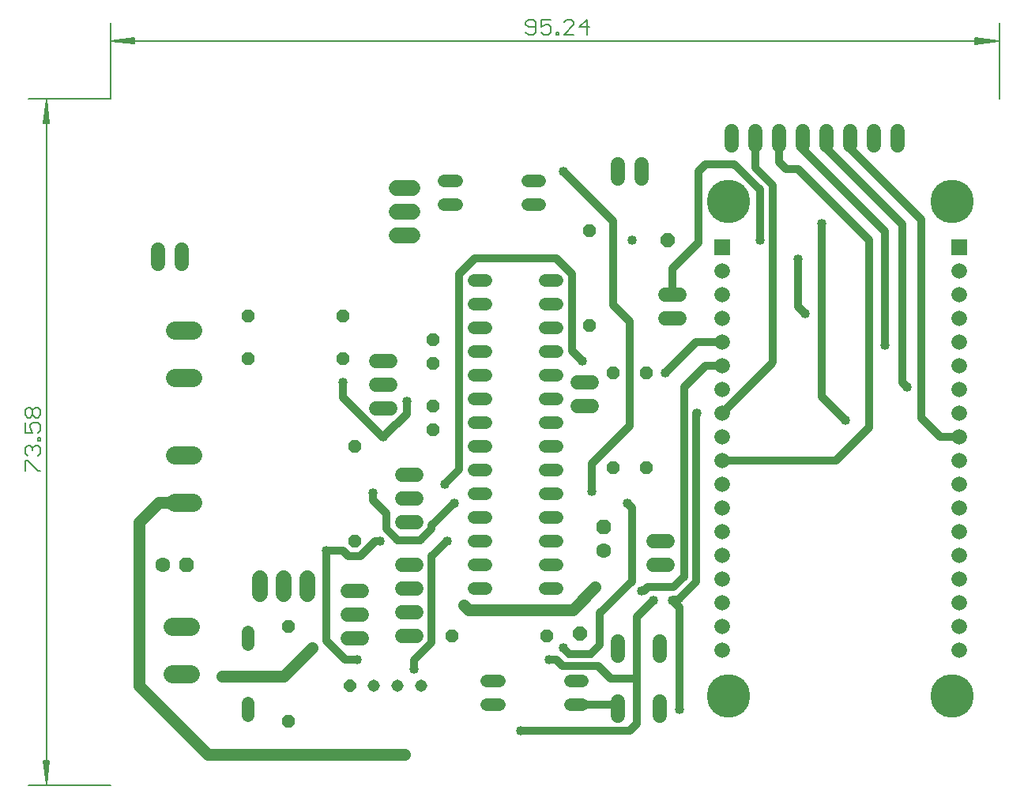
<source format=gbr>
G04 EAGLE Gerber RS-274X export*
G75*
%MOMM*%
%FSLAX34Y34*%
%LPD*%
%INTop Copper*%
%IPPOS*%
%AMOC8*
5,1,8,0,0,1.08239X$1,22.5*%
G01*
%ADD10C,0.130000*%
%ADD11C,0.152400*%
%ADD12P,1.732040X8X22.500000*%
%ADD13C,1.600200*%
%ADD14C,1.320800*%
%ADD15P,1.429621X8X202.500000*%
%ADD16C,1.981200*%
%ADD17P,1.732040X8X112.500000*%
%ADD18P,1.429621X8X112.500000*%
%ADD19C,1.524000*%
%ADD20P,1.415766X8X22.500000*%
%ADD21C,1.308000*%
%ADD22C,1.676400*%
%ADD23P,1.429621X8X292.500000*%
%ADD24P,1.429621X8X22.500000*%
%ADD25P,1.649562X8X22.500000*%
%ADD26R,1.665000X1.665000*%
%ADD27C,1.665000*%
%ADD28C,4.650000*%
%ADD29C,1.016000*%
%ADD30C,0.812800*%
%ADD31C,1.270000*%


D10*
X-431800Y1096520D02*
X-519880Y1096520D01*
X-519880Y360680D02*
X-431800Y360680D01*
X-500380Y361330D02*
X-500380Y1095870D01*
X-503572Y1070520D01*
X-497188Y1070520D01*
X-500380Y1095870D01*
X-501680Y1070520D01*
X-499080Y1070520D02*
X-500380Y1095870D01*
X-502980Y1070520D01*
X-497780Y1070520D02*
X-500380Y1095870D01*
X-503572Y386680D02*
X-500380Y361330D01*
X-503572Y386680D02*
X-497188Y386680D01*
X-500380Y361330D01*
X-501680Y386680D01*
X-499080Y386680D02*
X-500380Y361330D01*
X-502980Y386680D01*
X-497780Y386680D02*
X-500380Y361330D01*
D11*
X-523157Y697452D02*
X-523157Y708299D01*
X-520445Y708299D01*
X-509599Y697452D01*
X-506887Y697452D01*
X-520445Y713824D02*
X-523157Y716535D01*
X-523157Y721959D01*
X-520445Y724670D01*
X-517734Y724670D01*
X-515022Y721959D01*
X-515022Y719247D01*
X-515022Y721959D02*
X-512310Y724670D01*
X-509599Y724670D01*
X-506887Y721959D01*
X-506887Y716535D01*
X-509599Y713824D01*
X-509599Y730195D02*
X-506887Y730195D01*
X-509599Y730195D02*
X-509599Y732907D01*
X-506887Y732907D01*
X-506887Y730195D01*
X-523157Y738381D02*
X-523157Y749228D01*
X-523157Y738381D02*
X-515022Y738381D01*
X-517734Y743804D01*
X-517734Y746516D01*
X-515022Y749228D01*
X-509599Y749228D01*
X-506887Y746516D01*
X-506887Y741093D01*
X-509599Y738381D01*
X-520445Y754752D02*
X-523157Y757464D01*
X-523157Y762887D01*
X-520445Y765599D01*
X-517734Y765599D01*
X-515022Y762887D01*
X-512310Y765599D01*
X-509599Y765599D01*
X-506887Y762887D01*
X-506887Y757464D01*
X-509599Y754752D01*
X-512310Y754752D01*
X-515022Y757464D01*
X-517734Y754752D01*
X-520445Y754752D01*
X-515022Y757464D02*
X-515022Y762887D01*
D10*
X-431800Y1096520D02*
X-431770Y1178095D01*
X520588Y1177740D02*
X520557Y1096165D01*
X519931Y1158240D02*
X-431127Y1158594D01*
X-405776Y1161777D01*
X-405778Y1155392D01*
X-431127Y1158594D01*
X-405776Y1159885D01*
X-405777Y1157285D02*
X-431127Y1158594D01*
X-405776Y1161185D01*
X-405778Y1155985D02*
X-431127Y1158594D01*
X494582Y1161442D02*
X519931Y1158240D01*
X494582Y1161442D02*
X494579Y1155057D01*
X519931Y1158240D01*
X494581Y1159550D01*
X494580Y1156950D02*
X519931Y1158240D01*
X494582Y1160850D01*
X494580Y1155650D02*
X519931Y1158240D01*
D11*
X15968Y1164936D02*
X13256Y1167648D01*
X15968Y1164936D02*
X21391Y1164936D01*
X24103Y1167648D01*
X24103Y1178494D01*
X21391Y1181206D01*
X15968Y1181206D01*
X13256Y1178494D01*
X13256Y1175783D01*
X15968Y1173071D01*
X24103Y1173071D01*
X29628Y1181206D02*
X40474Y1181206D01*
X29628Y1181206D02*
X29628Y1173071D01*
X35051Y1175783D01*
X37762Y1175783D01*
X40474Y1173071D01*
X40474Y1167648D01*
X37762Y1164936D01*
X32339Y1164936D01*
X29628Y1167648D01*
X45999Y1167648D02*
X45999Y1164936D01*
X45999Y1167648D02*
X48711Y1167648D01*
X48711Y1164936D01*
X45999Y1164936D01*
X54185Y1164936D02*
X65031Y1164936D01*
X54185Y1164936D02*
X65031Y1175783D01*
X65031Y1178494D01*
X62320Y1181206D01*
X56896Y1181206D01*
X54185Y1178494D01*
X78691Y1181206D02*
X78691Y1164936D01*
X70556Y1173071D02*
X78691Y1181206D01*
X81403Y1173071D02*
X70556Y1173071D01*
D12*
X-350520Y596900D03*
D13*
X-375920Y596900D03*
D14*
X34036Y571500D02*
X47244Y571500D01*
X47244Y596900D02*
X34036Y596900D01*
X34036Y622300D02*
X47244Y622300D01*
X47244Y647700D02*
X34036Y647700D01*
X34036Y673100D02*
X47244Y673100D01*
X47244Y698500D02*
X34036Y698500D01*
X34036Y723900D02*
X47244Y723900D01*
X47244Y749300D02*
X34036Y749300D01*
X34036Y774700D02*
X47244Y774700D01*
X47244Y800100D02*
X34036Y800100D01*
X34036Y825500D02*
X47244Y825500D01*
X47244Y850900D02*
X34036Y850900D01*
X34036Y876300D02*
X47244Y876300D01*
X47244Y901700D02*
X34036Y901700D01*
X-28956Y901700D02*
X-42164Y901700D01*
X-42164Y876300D02*
X-28956Y876300D01*
X-28956Y850900D02*
X-42164Y850900D01*
X-42164Y825500D02*
X-28956Y825500D01*
X-28956Y800100D02*
X-42164Y800100D01*
X-42164Y774700D02*
X-28956Y774700D01*
X-28956Y749300D02*
X-42164Y749300D01*
X-42164Y723900D02*
X-28956Y723900D01*
X-28956Y698500D02*
X-42164Y698500D01*
X-42164Y673100D02*
X-28956Y673100D01*
X-28956Y647700D02*
X-42164Y647700D01*
X-42164Y622300D02*
X-28956Y622300D01*
X-28956Y596900D02*
X-42164Y596900D01*
X-42164Y571500D02*
X-28956Y571500D01*
X15240Y982980D02*
X28448Y982980D01*
X28448Y1008380D02*
X15240Y1008380D01*
X-60960Y1008380D02*
X-74168Y1008380D01*
X-74168Y982980D02*
X-60960Y982980D01*
D15*
X-182880Y817880D03*
X-284480Y817880D03*
D16*
X-343154Y663956D02*
X-362966Y663956D01*
X-362966Y714248D02*
X-343154Y714248D01*
D17*
X96520Y637540D03*
D13*
X96520Y612140D03*
D18*
X-86360Y812800D03*
X-86360Y838200D03*
X-86360Y741680D03*
X-86360Y767080D03*
D19*
X112014Y450088D02*
X112014Y434848D01*
X157226Y434848D02*
X157226Y450088D01*
X112014Y499872D02*
X112014Y515112D01*
X157226Y515112D02*
X157226Y499872D01*
D20*
X-175260Y467360D03*
D21*
X-149860Y467360D03*
X-124460Y467360D03*
X-99060Y467360D03*
D22*
X-271780Y565658D02*
X-271780Y582422D01*
X-246380Y582422D02*
X-246380Y565658D01*
X-220980Y565658D02*
X-220980Y582422D01*
D19*
X149860Y596900D02*
X165100Y596900D01*
X165100Y622300D02*
X149860Y622300D01*
X111760Y1010920D02*
X111760Y1026160D01*
X137160Y1026160D02*
X137160Y1010920D01*
X411480Y1046480D02*
X411480Y1061720D01*
X386080Y1061720D02*
X386080Y1046480D01*
X360680Y1046480D02*
X360680Y1061720D01*
X335280Y1061720D02*
X335280Y1046480D01*
X309880Y1046480D02*
X309880Y1061720D01*
X284480Y1061720D02*
X284480Y1046480D01*
X259080Y1046480D02*
X259080Y1061720D01*
X233680Y1061720D02*
X233680Y1046480D01*
D23*
X142240Y802640D03*
X142240Y701040D03*
D14*
X-15240Y472440D02*
X-28448Y472440D01*
X-28448Y447040D02*
X-15240Y447040D01*
X60960Y447040D02*
X74168Y447040D01*
X74168Y472440D02*
X60960Y472440D01*
D18*
X106680Y701040D03*
X106680Y802640D03*
D24*
X-66040Y520700D03*
X35560Y520700D03*
D23*
X81280Y955040D03*
X81280Y853440D03*
D25*
X71120Y523240D03*
X165100Y944880D03*
D16*
X-345694Y530606D02*
X-365506Y530606D01*
X-365506Y480314D02*
X-345694Y480314D01*
D14*
X-284480Y511556D02*
X-284480Y524764D01*
X-284480Y448564D02*
X-284480Y435356D01*
D15*
X-182880Y863600D03*
X-284480Y863600D03*
D22*
X-125222Y949960D02*
X-108458Y949960D01*
X-108458Y975360D02*
X-125222Y975360D01*
X-125222Y1000760D02*
X-108458Y1000760D01*
D16*
X-343154Y797814D02*
X-362966Y797814D01*
X-362966Y848106D02*
X-343154Y848106D01*
D19*
X-147320Y815340D02*
X-132080Y815340D01*
X-132080Y789940D02*
X-147320Y789940D01*
X-147320Y764540D02*
X-132080Y764540D01*
X-162560Y518160D02*
X-177800Y518160D01*
X-177800Y543560D02*
X-162560Y543560D01*
X-162560Y568960D02*
X-177800Y568960D01*
D23*
X-170180Y723900D03*
X-170180Y622300D03*
D19*
X-119380Y693420D02*
X-104140Y693420D01*
X-104140Y668020D02*
X-119380Y668020D01*
X-119380Y642620D02*
X-104140Y642620D01*
X-104140Y520700D02*
X-119380Y520700D01*
X-119380Y546100D02*
X-104140Y546100D01*
X-104140Y571500D02*
X-119380Y571500D01*
X-119380Y596900D02*
X-104140Y596900D01*
D18*
X-241300Y429260D03*
X-241300Y530860D03*
D19*
X162560Y861060D02*
X177800Y861060D01*
X177800Y886460D02*
X162560Y886460D01*
X83820Y792480D02*
X68580Y792480D01*
X68580Y767080D02*
X83820Y767080D01*
X-355600Y919480D02*
X-355600Y934720D01*
X-381000Y934720D02*
X-381000Y919480D01*
D26*
X223520Y937260D03*
D27*
X223520Y911860D03*
X223520Y886460D03*
X223520Y861060D03*
X223520Y835660D03*
X223520Y810260D03*
X223520Y784860D03*
X223520Y759460D03*
X223520Y734060D03*
X223520Y708660D03*
X223520Y683260D03*
X223520Y657860D03*
X223520Y632460D03*
X223520Y607060D03*
X223520Y581660D03*
X223520Y556260D03*
X223520Y530860D03*
X223520Y505460D03*
D26*
X477520Y937260D03*
D27*
X477520Y911860D03*
X477520Y886460D03*
X477520Y861060D03*
X477520Y835660D03*
X477520Y810260D03*
X477520Y784860D03*
X477520Y759460D03*
X477520Y734060D03*
X477520Y708660D03*
X477520Y683260D03*
X477520Y657860D03*
X477520Y632460D03*
X477520Y607060D03*
X477520Y581660D03*
X477520Y556260D03*
X477520Y530860D03*
X477520Y505460D03*
D28*
X470520Y456490D03*
X230520Y456490D03*
X230520Y986490D03*
X470520Y986490D03*
D29*
X-139700Y734060D03*
D30*
X-140548Y734060D01*
X-182880Y776392D01*
X-182880Y792480D01*
D29*
X-182880Y792480D03*
D30*
X-125984Y747776D02*
X-139700Y734060D01*
X-125984Y747776D02*
X-125136Y747776D01*
X-114300Y758612D01*
X-114300Y772160D01*
D29*
X-114300Y772160D03*
X-142562Y621978D03*
D30*
X-163657Y606552D02*
X-176703Y606552D01*
X-148231Y621978D02*
X-142562Y621978D01*
X-148231Y621978D02*
X-163657Y606552D01*
X-176703Y606552D02*
X-182291Y612140D01*
X-200660Y612140D01*
D29*
X-200660Y612140D03*
X-167640Y495300D03*
D30*
X-180340Y495300D01*
X-200660Y515620D01*
X-200660Y612140D01*
D29*
X149860Y558800D03*
D30*
X132080Y541020D01*
X132080Y426720D02*
X124460Y419100D01*
X7620Y419100D01*
D29*
X7620Y419100D03*
D30*
X132080Y474980D02*
X132080Y541020D01*
X132080Y474980D02*
X132080Y426720D01*
X132080Y474980D02*
X104140Y474980D01*
X45924Y495300D02*
X38100Y495300D01*
X90932Y488188D02*
X104140Y474980D01*
X90932Y488188D02*
X53036Y488188D01*
X45924Y495300D01*
D29*
X38100Y495300D03*
D30*
X60960Y447040D02*
X107442Y447040D01*
X112014Y442468D01*
D29*
X-312420Y477520D03*
D31*
X-246380Y477520D01*
X-215900Y508000D01*
D29*
X-215900Y508000D03*
X-53340Y553720D03*
D31*
X-48260Y548640D01*
X63500Y548640D01*
X87630Y572770D01*
D29*
X87630Y572770D03*
X-73660Y683260D03*
D30*
X-57912Y699008D01*
X-57912Y908223D02*
X-41067Y925068D01*
X-57912Y908223D02*
X-57912Y699008D01*
X62992Y908223D02*
X46147Y925068D01*
X-41067Y925068D01*
X62992Y826008D02*
X73660Y815340D01*
D29*
X73660Y815340D03*
D30*
X62992Y826008D02*
X62992Y908223D01*
D29*
X-116840Y393700D03*
D31*
X-401320Y467360D02*
X-401320Y642620D01*
X-379984Y663956D01*
X-353060Y663956D01*
X-327660Y393700D02*
X-116840Y393700D01*
X-327660Y393700D02*
X-401320Y467360D01*
D29*
X83820Y675640D03*
D30*
X83820Y705531D01*
D29*
X53340Y1018540D03*
D30*
X106680Y965200D01*
X106680Y875452D02*
X124460Y857672D01*
X106680Y875452D02*
X106680Y965200D01*
X124460Y857672D02*
X124460Y746171D01*
X83820Y705531D01*
D29*
X121920Y662940D03*
D30*
X127000Y657860D01*
X127000Y579120D01*
X92964Y511216D02*
X83144Y501396D01*
X92964Y545084D02*
X127000Y579120D01*
X92964Y545084D02*
X92964Y511216D01*
X83144Y501396D02*
X59944Y501396D01*
X53340Y508000D01*
D29*
X53340Y508000D03*
X127000Y944880D03*
X-63500Y662940D03*
D30*
X-87376Y635676D02*
X-99736Y623316D01*
X-123784Y623316D01*
X-136144Y635676D01*
X-87376Y639064D02*
X-63500Y662940D01*
X-87376Y639064D02*
X-87376Y635676D01*
X-136144Y635676D02*
X-136144Y651764D01*
X-150476Y666096D02*
X-150476Y673716D01*
D29*
X-150476Y673716D03*
D30*
X-150476Y666096D02*
X-136144Y651764D01*
D29*
X170180Y558800D03*
D30*
X177800Y551180D01*
X177800Y441960D01*
D29*
X177800Y441960D03*
D30*
X170180Y558800D02*
X171196Y559816D01*
X177175Y559816D01*
X196088Y578729D01*
X196088Y759460D01*
X197104Y759460D01*
D29*
X197104Y759460D03*
X162560Y802640D03*
D30*
X195580Y835660D01*
X223520Y835660D01*
D29*
X-106680Y485140D03*
D30*
X-106680Y494452D01*
X-87376Y606044D02*
X-71120Y622300D01*
X-87376Y513756D02*
X-106680Y494452D01*
X-87376Y513756D02*
X-87376Y606044D01*
D29*
X-71120Y622300D03*
D30*
X436880Y754380D02*
X436880Y966698D01*
X436880Y754380D02*
X457200Y734060D01*
X477520Y734060D01*
X360680Y1042898D02*
X360680Y1054100D01*
X360680Y1042898D02*
X436880Y966698D01*
X416560Y961761D02*
X416560Y792480D01*
X421640Y787400D01*
D29*
X421640Y787400D03*
D30*
X335280Y1043041D02*
X335280Y1054100D01*
X335280Y1043041D02*
X416560Y961761D01*
X398272Y953750D02*
X398272Y832104D01*
D29*
X398272Y832104D03*
D30*
X309880Y1042142D02*
X309880Y1054100D01*
X309880Y1042142D02*
X398272Y953750D01*
X381000Y944880D02*
X381000Y744220D01*
X345440Y708660D01*
X223520Y708660D01*
X292100Y1021080D02*
X304800Y1021080D01*
X292100Y1021080D02*
X284480Y1028700D01*
X284480Y1054100D01*
X304800Y1021080D02*
X381000Y944880D01*
X278384Y1003117D02*
X259080Y1022421D01*
X259080Y1054100D01*
X278384Y814324D02*
X276860Y812800D01*
X223520Y759460D01*
X278384Y814324D02*
X278384Y1003117D01*
D29*
X330200Y962660D03*
D30*
X330200Y777240D01*
X355600Y751840D01*
D29*
X355600Y751840D03*
D30*
X170180Y886460D02*
X170180Y914400D01*
X198120Y942340D02*
X198120Y1018540D01*
X205740Y1026160D01*
X236662Y1026160D02*
X264160Y998662D01*
X264160Y944880D01*
D29*
X264160Y944880D03*
X304800Y924560D03*
D30*
X304800Y873760D01*
X312420Y866140D01*
D29*
X312420Y866140D03*
D30*
X198120Y942340D02*
X170180Y914400D01*
X205740Y1026160D02*
X236662Y1026160D01*
D29*
X137160Y568960D03*
D30*
X139904Y568960D01*
X143968Y573024D01*
X171704Y573024D02*
X182880Y584200D01*
X171704Y573024D02*
X143968Y573024D01*
X182880Y584200D02*
X182880Y787400D01*
X205740Y810260D01*
X223520Y810260D01*
M02*

</source>
